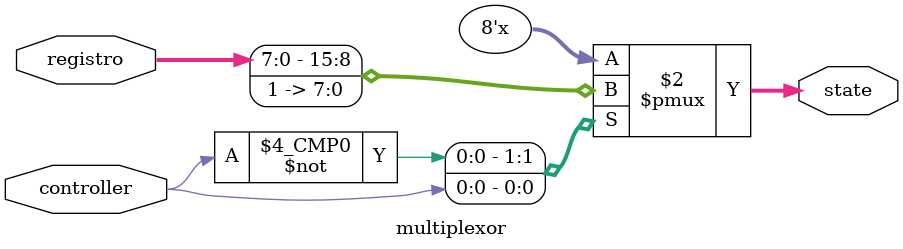
<source format=sv>
module multiplexor
(
	input [7:0] registro,
	input controller,
	output [7:0] state
);

	always_comb begin
		case(controller)
			1'b0:state <= registro;
			1'b1:state <= 8'hFF;
			
		endcase
	end

endmodule
</source>
